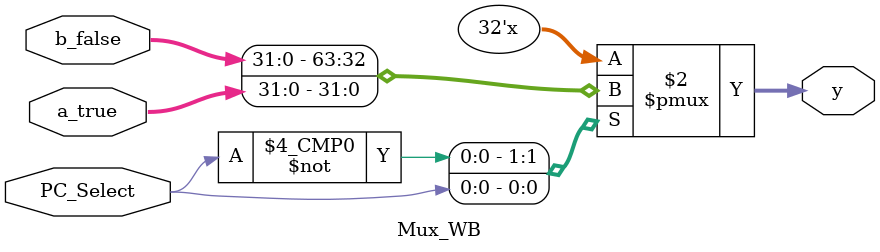
<source format=v>
module Mux_WB(
    input [31:0] a_true,
    input [31:0] b_false,
    output reg [31:0] y, //New_Address
    input PC_Select
    );
    always @(*) 
    begin
        case (PC_Select)
            //when program counter is 1, itll branch
            //when program couter is 0, ill increment + 4 to next inst and normal flow
            1'b0: y = b_false; //normal flow = program counter + 4
            1'b1: y = a_true; //branch jump 
        endcase;
    end
endmodule

</source>
